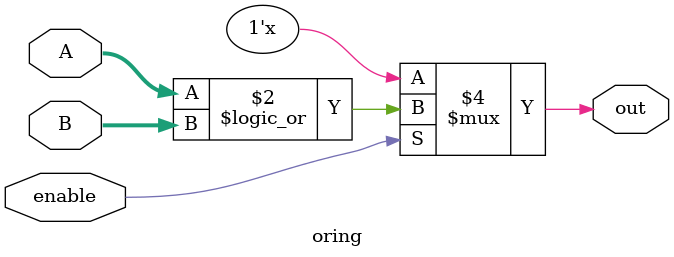
<source format=v>
`timescale 1ns / 1ps


module oring(output reg out, input [3:0] A,B, input enable);
always@(enable,A,B)
    begin
        out = 1'bx;
        if (enable)
            out = A||B;
    end
endmodule

</source>
